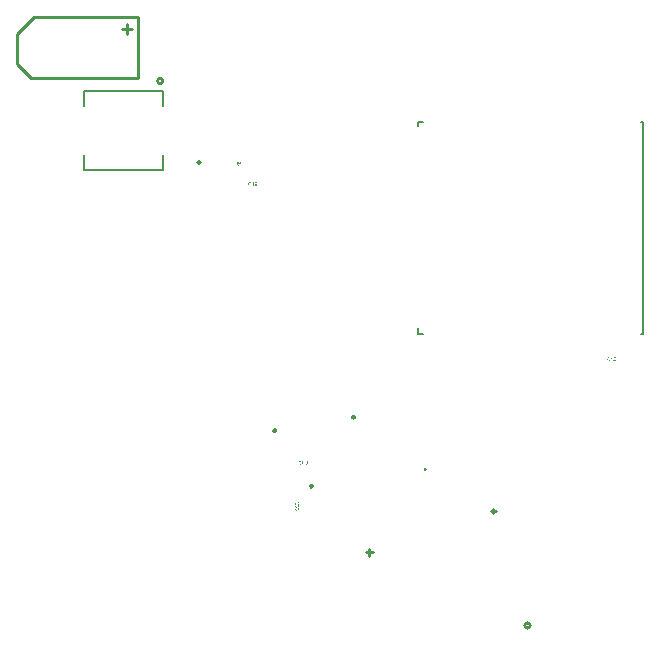
<source format=gbr>
%TF.GenerationSoftware,KiCad,Pcbnew,9.0.6*%
%TF.CreationDate,2025-12-03T15:23:28+01:00*%
%TF.ProjectId,Spinmodule,5370696e-6d6f-4647-956c-652e6b696361,rev?*%
%TF.SameCoordinates,Original*%
%TF.FileFunction,Legend,Bot*%
%TF.FilePolarity,Positive*%
%FSLAX46Y46*%
G04 Gerber Fmt 4.6, Leading zero omitted, Abs format (unit mm)*
G04 Created by KiCad (PCBNEW 9.0.6) date 2025-12-03 15:23:28*
%MOMM*%
%LPD*%
G01*
G04 APERTURE LIST*
%ADD10C,0.078750*%
%ADD11C,0.254000*%
%ADD12C,0.200000*%
G04 APERTURE END LIST*
D10*
G36*
X143682326Y-114653732D02*
G01*
X143640588Y-114653732D01*
X143640588Y-114836244D01*
X143641989Y-114868074D01*
X143645758Y-114892867D01*
X143651340Y-114911892D01*
X143660293Y-114929192D01*
X143673075Y-114944303D01*
X143690173Y-114957458D01*
X143709669Y-114966801D01*
X143733873Y-114972833D01*
X143763879Y-114975018D01*
X143793151Y-114973115D01*
X143817010Y-114967854D01*
X143836410Y-114959727D01*
X143853523Y-114947898D01*
X143866810Y-114933246D01*
X143876648Y-114915431D01*
X143882893Y-114895693D01*
X143887115Y-114869771D01*
X143888689Y-114836244D01*
X143888689Y-114653732D01*
X143846932Y-114653732D01*
X143846932Y-114836725D01*
X143845868Y-114864535D01*
X143843129Y-114884211D01*
X143839296Y-114897620D01*
X143832978Y-114909689D01*
X143824315Y-114919669D01*
X143813060Y-114927799D01*
X143800239Y-114933515D01*
X143785211Y-114937120D01*
X143767533Y-114938397D01*
X143744094Y-114936793D01*
X143726040Y-114932461D01*
X143712267Y-114925926D01*
X143701906Y-114917412D01*
X143694380Y-114906578D01*
X143688242Y-114890659D01*
X143683965Y-114868029D01*
X143682326Y-114836725D01*
X143682326Y-114653732D01*
G37*
G36*
X143440938Y-114970095D02*
G01*
X143479675Y-114970095D01*
X143479675Y-114722628D01*
X143495090Y-114735453D01*
X143516355Y-114749383D01*
X143538734Y-114761492D01*
X143557131Y-114769444D01*
X143557131Y-114732515D01*
X143536063Y-114721307D01*
X143517187Y-114708840D01*
X143500333Y-114695123D01*
X143484870Y-114679713D01*
X143473623Y-114665566D01*
X143465904Y-114652501D01*
X143440938Y-114652501D01*
X143440938Y-114970095D01*
G37*
G36*
X143341651Y-114886618D02*
G01*
X143302914Y-114881464D01*
X143296895Y-114902533D01*
X143289233Y-114917733D01*
X143280217Y-114928356D01*
X143268827Y-114936286D01*
X143255952Y-114941058D01*
X143241153Y-114942705D01*
X143223713Y-114940566D01*
X143208518Y-114934331D01*
X143195010Y-114923836D01*
X143184565Y-114910273D01*
X143178329Y-114894874D01*
X143176180Y-114877059D01*
X143178193Y-114860053D01*
X143183987Y-114845628D01*
X143193606Y-114833186D01*
X143206137Y-114823668D01*
X143220708Y-114817916D01*
X143237921Y-114815914D01*
X143249472Y-114816872D01*
X143265253Y-114820222D01*
X143260964Y-114786236D01*
X143254713Y-114786678D01*
X143238608Y-114785215D01*
X143223864Y-114780924D01*
X143210186Y-114773791D01*
X143201590Y-114766545D01*
X143195500Y-114757741D01*
X143191718Y-114747073D01*
X143190375Y-114734034D01*
X143192030Y-114720451D01*
X143196812Y-114708857D01*
X143204800Y-114698778D01*
X143215149Y-114691123D01*
X143227377Y-114686452D01*
X143242018Y-114684814D01*
X143256527Y-114686445D01*
X143268923Y-114691137D01*
X143279679Y-114698893D01*
X143288125Y-114709201D01*
X143294659Y-114722985D01*
X143299048Y-114741131D01*
X143337766Y-114734246D01*
X143332842Y-114715155D01*
X143325774Y-114699003D01*
X143316670Y-114685360D01*
X143305491Y-114673908D01*
X143292361Y-114664671D01*
X143277747Y-114658024D01*
X143261373Y-114653924D01*
X143242884Y-114652501D01*
X143225935Y-114653764D01*
X143210152Y-114657477D01*
X143195318Y-114663618D01*
X143181755Y-114672075D01*
X143170772Y-114682141D01*
X143162081Y-114693912D01*
X143155636Y-114707089D01*
X143151831Y-114720606D01*
X143150560Y-114734669D01*
X143151796Y-114747998D01*
X143155442Y-114760359D01*
X143161543Y-114771983D01*
X143169785Y-114782183D01*
X143180486Y-114791085D01*
X143194029Y-114798718D01*
X143176390Y-114804736D01*
X143162090Y-114813641D01*
X143150579Y-114825492D01*
X143142148Y-114839755D01*
X143136919Y-114856498D01*
X143135077Y-114876328D01*
X143136992Y-114896348D01*
X143142591Y-114914427D01*
X143151886Y-114930988D01*
X143165197Y-114946321D01*
X143181076Y-114958764D01*
X143198803Y-114967655D01*
X143218736Y-114973121D01*
X143241364Y-114975018D01*
X143261849Y-114973382D01*
X143279909Y-114968673D01*
X143295966Y-114961036D01*
X143310338Y-114950399D01*
X143322538Y-114937236D01*
X143331748Y-114922411D01*
X143338134Y-114905664D01*
X143341651Y-114886618D01*
G37*
G36*
X169784246Y-106089306D02*
G01*
X169742508Y-106099846D01*
X169750789Y-106124971D01*
X169761474Y-106146036D01*
X169774445Y-106163603D01*
X169789747Y-106178091D01*
X169807427Y-106189701D01*
X169826978Y-106198070D01*
X169848737Y-106203230D01*
X169873127Y-106205018D01*
X169898849Y-106203557D01*
X169920910Y-106199433D01*
X169939838Y-106192947D01*
X169956084Y-106184265D01*
X169970876Y-106172920D01*
X169983862Y-106159275D01*
X169995137Y-106143112D01*
X170004707Y-106124120D01*
X170013917Y-106097420D01*
X170019492Y-106069322D01*
X170021383Y-106039547D01*
X170019156Y-106007138D01*
X170012781Y-105978690D01*
X170002553Y-105953590D01*
X169991996Y-105936136D01*
X169979608Y-105921167D01*
X169965319Y-105908450D01*
X169948967Y-105897849D01*
X169925174Y-105887323D01*
X169899805Y-105880969D01*
X169872473Y-105878808D01*
X169848933Y-105880418D01*
X169828078Y-105885045D01*
X169809499Y-105892499D01*
X169792863Y-105902754D01*
X169778164Y-105915708D01*
X169765818Y-105931044D01*
X169755718Y-105949031D01*
X169747893Y-105970054D01*
X169788977Y-105979748D01*
X169797967Y-105957865D01*
X169808627Y-105941580D01*
X169820829Y-105929836D01*
X169835468Y-105921351D01*
X169852758Y-105916066D01*
X169873338Y-105914198D01*
X169897034Y-105916283D01*
X169917068Y-105922194D01*
X169934137Y-105931682D01*
X169948769Y-105944625D01*
X169960144Y-105960136D01*
X169968451Y-105978594D01*
X169973943Y-105998426D01*
X169977234Y-106018628D01*
X169978337Y-106039316D01*
X169976932Y-106066042D01*
X169972940Y-106089377D01*
X169966624Y-106109771D01*
X169957112Y-106128517D01*
X169944999Y-106143324D01*
X169930156Y-106154740D01*
X169913149Y-106163031D01*
X169895381Y-106167966D01*
X169876570Y-106169628D01*
X169859262Y-106168293D01*
X169843789Y-106164435D01*
X169829840Y-106158154D01*
X169817175Y-106149393D01*
X169806426Y-106138564D01*
X169797328Y-106125220D01*
X169789888Y-106108969D01*
X169784246Y-106089306D01*
G37*
G36*
X169560938Y-106200095D02*
G01*
X169599675Y-106200095D01*
X169599675Y-105952628D01*
X169615090Y-105965453D01*
X169636355Y-105979383D01*
X169658734Y-105991492D01*
X169677131Y-105999444D01*
X169677131Y-105962515D01*
X169656063Y-105951307D01*
X169637187Y-105938840D01*
X169620333Y-105925123D01*
X169604870Y-105909713D01*
X169593623Y-105895566D01*
X169585904Y-105882501D01*
X169560938Y-105882501D01*
X169560938Y-106200095D01*
G37*
G36*
X169461651Y-106116618D02*
G01*
X169422914Y-106111464D01*
X169416895Y-106132533D01*
X169409233Y-106147733D01*
X169400217Y-106158356D01*
X169388827Y-106166286D01*
X169375952Y-106171058D01*
X169361153Y-106172705D01*
X169343713Y-106170566D01*
X169328518Y-106164331D01*
X169315010Y-106153836D01*
X169304565Y-106140273D01*
X169298329Y-106124874D01*
X169296180Y-106107059D01*
X169298193Y-106090053D01*
X169303987Y-106075628D01*
X169313606Y-106063186D01*
X169326137Y-106053668D01*
X169340708Y-106047916D01*
X169357921Y-106045914D01*
X169369472Y-106046872D01*
X169385253Y-106050222D01*
X169380964Y-106016236D01*
X169374713Y-106016678D01*
X169358608Y-106015215D01*
X169343864Y-106010924D01*
X169330186Y-106003791D01*
X169321590Y-105996545D01*
X169315500Y-105987741D01*
X169311718Y-105977073D01*
X169310375Y-105964034D01*
X169312030Y-105950451D01*
X169316812Y-105938857D01*
X169324800Y-105928778D01*
X169335149Y-105921123D01*
X169347377Y-105916452D01*
X169362018Y-105914814D01*
X169376527Y-105916445D01*
X169388923Y-105921137D01*
X169399679Y-105928893D01*
X169408125Y-105939201D01*
X169414659Y-105952985D01*
X169419048Y-105971131D01*
X169457766Y-105964246D01*
X169452842Y-105945155D01*
X169445774Y-105929003D01*
X169436670Y-105915360D01*
X169425491Y-105903908D01*
X169412361Y-105894671D01*
X169397747Y-105888024D01*
X169381373Y-105883924D01*
X169362884Y-105882501D01*
X169345935Y-105883764D01*
X169330152Y-105887477D01*
X169315318Y-105893618D01*
X169301755Y-105902075D01*
X169290772Y-105912141D01*
X169282081Y-105923912D01*
X169275636Y-105937089D01*
X169271831Y-105950606D01*
X169270560Y-105964669D01*
X169271796Y-105977998D01*
X169275442Y-105990359D01*
X169281543Y-106001983D01*
X169289785Y-106012183D01*
X169300486Y-106021085D01*
X169314029Y-106028718D01*
X169296390Y-106034736D01*
X169282090Y-106043641D01*
X169270579Y-106055492D01*
X169262148Y-106069755D01*
X169256919Y-106086498D01*
X169255077Y-106106328D01*
X169256992Y-106126348D01*
X169262591Y-106144427D01*
X169271886Y-106160988D01*
X169285197Y-106176321D01*
X169301076Y-106188764D01*
X169318803Y-106197655D01*
X169338736Y-106203121D01*
X169361364Y-106205018D01*
X169381849Y-106203382D01*
X169399909Y-106198673D01*
X169415966Y-106191036D01*
X169430338Y-106180399D01*
X169442538Y-106167236D01*
X169451748Y-106152411D01*
X169458134Y-106135664D01*
X169461651Y-106116618D01*
G37*
G36*
X138426206Y-89670095D02*
G01*
X138384449Y-89670095D01*
X138384449Y-89528224D01*
X138336036Y-89528224D01*
X138312801Y-89529743D01*
X138303338Y-89533011D01*
X138293760Y-89538245D01*
X138284540Y-89545875D01*
X138272564Y-89559614D01*
X138242443Y-89603621D01*
X138200686Y-89670095D01*
X138148196Y-89670095D01*
X138203052Y-89583214D01*
X138220333Y-89559326D01*
X138237711Y-89540745D01*
X138247542Y-89533342D01*
X138262870Y-89524858D01*
X138240073Y-89520283D01*
X138221765Y-89513749D01*
X138207191Y-89505531D01*
X138195743Y-89495737D01*
X138186248Y-89483640D01*
X138179520Y-89470392D01*
X138175420Y-89455753D01*
X138174061Y-89440016D01*
X138217054Y-89440016D01*
X138219142Y-89454606D01*
X138225440Y-89468136D01*
X138231788Y-89475881D01*
X138239869Y-89482137D01*
X138249964Y-89486966D01*
X138267720Y-89491161D01*
X138294721Y-89492833D01*
X138384449Y-89492833D01*
X138384449Y-89389122D01*
X138284604Y-89389122D01*
X138261596Y-89391017D01*
X138245028Y-89396013D01*
X138233307Y-89403452D01*
X138224261Y-89413909D01*
X138218901Y-89425924D01*
X138217054Y-89440016D01*
X138174061Y-89440016D01*
X138174008Y-89439400D01*
X138175491Y-89422501D01*
X138179860Y-89406820D01*
X138187145Y-89392084D01*
X138197031Y-89379070D01*
X138208649Y-89369216D01*
X138222209Y-89362195D01*
X138237167Y-89357885D01*
X138258025Y-89354878D01*
X138286335Y-89353732D01*
X138426206Y-89353732D01*
X138426206Y-89670095D01*
G37*
G36*
X138045935Y-89354396D02*
G01*
X138064396Y-89359889D01*
X138080994Y-89368912D01*
X138096052Y-89381698D01*
X138108194Y-89397080D01*
X138116969Y-89414735D01*
X138122429Y-89435098D01*
X138124345Y-89458750D01*
X138122508Y-89481668D01*
X138117273Y-89501406D01*
X138108866Y-89518522D01*
X138097245Y-89533436D01*
X138082773Y-89545943D01*
X138067108Y-89554688D01*
X138049971Y-89559962D01*
X138030964Y-89561768D01*
X138015624Y-89560480D01*
X138001168Y-89556666D01*
X137987379Y-89550285D01*
X137974774Y-89541731D01*
X137964259Y-89531764D01*
X137955643Y-89520299D01*
X137955431Y-89528070D01*
X137956886Y-89552051D01*
X137961240Y-89575578D01*
X137968130Y-89597451D01*
X137975666Y-89612604D01*
X137985510Y-89624963D01*
X137997708Y-89634511D01*
X138012012Y-89640591D01*
X138029021Y-89642705D01*
X138042482Y-89641300D01*
X138053731Y-89637308D01*
X138063239Y-89630818D01*
X138070702Y-89622010D01*
X138076811Y-89609589D01*
X138081319Y-89592543D01*
X138118537Y-89596024D01*
X138114789Y-89614489D01*
X138108779Y-89630076D01*
X138100647Y-89643236D01*
X138090359Y-89654303D01*
X138078099Y-89663180D01*
X138064157Y-89669614D01*
X138048221Y-89673617D01*
X138029887Y-89675018D01*
X138007250Y-89672861D01*
X137987158Y-89666602D01*
X137969088Y-89656284D01*
X137953609Y-89642311D01*
X137940596Y-89624335D01*
X137930042Y-89601659D01*
X137923221Y-89577343D01*
X137918616Y-89545735D01*
X137916905Y-89505258D01*
X137918684Y-89466294D01*
X137920195Y-89456961D01*
X137959951Y-89456961D01*
X137962078Y-89478432D01*
X137967966Y-89495408D01*
X137977281Y-89508874D01*
X137989849Y-89519259D01*
X138004375Y-89525461D01*
X138021481Y-89527608D01*
X138038489Y-89525485D01*
X138053261Y-89519299D01*
X138066355Y-89508874D01*
X138076305Y-89495408D01*
X138082391Y-89479414D01*
X138084531Y-89460173D01*
X138082262Y-89438652D01*
X138075832Y-89420789D01*
X138065393Y-89405798D01*
X138051551Y-89393927D01*
X138036726Y-89387099D01*
X138020404Y-89384814D01*
X138004618Y-89386966D01*
X137990555Y-89393335D01*
X137977705Y-89404298D01*
X137968116Y-89418258D01*
X137962105Y-89435510D01*
X137959951Y-89456961D01*
X137920195Y-89456961D01*
X137923368Y-89437362D01*
X137930139Y-89416377D01*
X137940542Y-89397155D01*
X137953416Y-89381544D01*
X137968876Y-89369100D01*
X137986486Y-89359869D01*
X138005130Y-89354363D01*
X138025155Y-89352501D01*
X138045935Y-89354396D01*
G37*
G36*
X143039196Y-118354383D02*
G01*
X143049736Y-118396121D01*
X143074861Y-118387840D01*
X143095926Y-118377155D01*
X143113493Y-118364184D01*
X143127981Y-118348882D01*
X143139591Y-118331202D01*
X143147960Y-118311651D01*
X143153120Y-118289892D01*
X143154908Y-118265502D01*
X143153447Y-118239780D01*
X143149323Y-118217719D01*
X143142837Y-118198791D01*
X143134155Y-118182545D01*
X143122810Y-118167753D01*
X143109165Y-118154767D01*
X143093002Y-118143492D01*
X143074010Y-118133922D01*
X143047310Y-118124712D01*
X143019212Y-118119137D01*
X142989437Y-118117246D01*
X142957028Y-118119473D01*
X142928580Y-118125848D01*
X142903480Y-118136076D01*
X142886026Y-118146633D01*
X142871057Y-118159021D01*
X142858340Y-118173310D01*
X142847739Y-118189662D01*
X142837213Y-118213455D01*
X142830859Y-118238824D01*
X142828698Y-118266156D01*
X142830308Y-118289696D01*
X142834935Y-118310551D01*
X142842389Y-118329130D01*
X142852644Y-118345766D01*
X142865598Y-118360465D01*
X142880934Y-118372811D01*
X142898921Y-118382911D01*
X142919944Y-118390736D01*
X142929638Y-118349652D01*
X142907755Y-118340662D01*
X142891470Y-118330002D01*
X142879726Y-118317800D01*
X142871241Y-118303161D01*
X142865956Y-118285871D01*
X142864088Y-118265291D01*
X142866173Y-118241595D01*
X142872084Y-118221561D01*
X142881572Y-118204492D01*
X142894515Y-118189860D01*
X142910026Y-118178485D01*
X142928484Y-118170178D01*
X142948316Y-118164686D01*
X142968518Y-118161395D01*
X142989206Y-118160292D01*
X143015932Y-118161697D01*
X143039267Y-118165689D01*
X143059661Y-118172005D01*
X143078407Y-118181517D01*
X143093214Y-118193630D01*
X143104630Y-118208473D01*
X143112921Y-118225480D01*
X143117856Y-118243248D01*
X143119518Y-118262059D01*
X143118183Y-118279367D01*
X143114325Y-118294840D01*
X143108044Y-118308789D01*
X143099283Y-118321454D01*
X143088454Y-118332203D01*
X143075110Y-118341301D01*
X143058859Y-118348741D01*
X143039196Y-118354383D01*
G37*
G36*
X143113363Y-118635355D02*
G01*
X143149985Y-118635355D01*
X143149985Y-118426857D01*
X143136271Y-118427769D01*
X143123134Y-118431377D01*
X143102502Y-118441450D01*
X143081261Y-118456863D01*
X143060430Y-118476824D01*
X143033580Y-118507544D01*
X143004134Y-118541582D01*
X142982291Y-118563756D01*
X142966452Y-118577037D01*
X142949270Y-118587564D01*
X142933813Y-118593316D01*
X142919617Y-118595117D01*
X142904900Y-118593259D01*
X142892057Y-118587831D01*
X142880611Y-118578653D01*
X142871912Y-118566833D01*
X142866581Y-118552743D01*
X142864704Y-118535742D01*
X142866711Y-118517786D01*
X142872384Y-118503103D01*
X142881611Y-118490965D01*
X142893838Y-118481880D01*
X142909145Y-118476139D01*
X142928407Y-118473981D01*
X142924291Y-118434166D01*
X142902104Y-118437899D01*
X142883711Y-118444389D01*
X142868473Y-118453402D01*
X142855914Y-118464941D01*
X142845950Y-118478847D01*
X142838634Y-118495107D01*
X142834023Y-118514166D01*
X142832391Y-118536588D01*
X142834138Y-118559144D01*
X142839078Y-118578265D01*
X142846938Y-118594553D01*
X142857703Y-118608466D01*
X142871193Y-118620105D01*
X142885937Y-118628278D01*
X142902210Y-118633230D01*
X142920406Y-118634932D01*
X142939161Y-118633017D01*
X142957816Y-118627181D01*
X142975911Y-118617390D01*
X142996535Y-118601465D01*
X143018259Y-118580086D01*
X143052314Y-118541762D01*
X143079679Y-118510175D01*
X143092263Y-118496985D01*
X143102979Y-118487805D01*
X143113363Y-118480655D01*
X143113363Y-118635355D01*
G37*
G36*
X143113363Y-118880321D02*
G01*
X143149985Y-118880321D01*
X143149985Y-118671823D01*
X143136271Y-118672735D01*
X143123134Y-118676343D01*
X143102502Y-118686415D01*
X143081261Y-118701828D01*
X143060430Y-118721790D01*
X143033580Y-118752510D01*
X143004134Y-118786547D01*
X142982291Y-118808722D01*
X142966452Y-118822003D01*
X142949270Y-118832530D01*
X142933813Y-118838282D01*
X142919617Y-118840083D01*
X142904900Y-118838225D01*
X142892057Y-118832797D01*
X142880611Y-118823619D01*
X142871912Y-118811799D01*
X142866581Y-118797709D01*
X142864704Y-118780708D01*
X142866711Y-118762752D01*
X142872384Y-118748069D01*
X142881611Y-118735930D01*
X142893838Y-118726846D01*
X142909145Y-118721105D01*
X142928407Y-118718947D01*
X142924291Y-118679132D01*
X142902104Y-118682865D01*
X142883711Y-118689354D01*
X142868473Y-118698368D01*
X142855914Y-118709907D01*
X142845950Y-118723813D01*
X142838634Y-118740073D01*
X142834023Y-118759132D01*
X142832391Y-118781554D01*
X142834138Y-118804109D01*
X142839078Y-118823231D01*
X142846938Y-118839519D01*
X142857703Y-118853432D01*
X142871193Y-118865071D01*
X142885937Y-118873244D01*
X142902210Y-118878196D01*
X142920406Y-118879898D01*
X142939161Y-118877983D01*
X142957816Y-118872147D01*
X142975911Y-118862356D01*
X142996535Y-118846431D01*
X143018259Y-118825052D01*
X143052314Y-118786728D01*
X143079679Y-118755141D01*
X143092263Y-118741951D01*
X143102979Y-118732771D01*
X143113363Y-118725621D01*
X143113363Y-118880321D01*
G37*
G36*
X139084273Y-91189433D02*
G01*
X139126011Y-91178893D01*
X139117730Y-91153768D01*
X139107045Y-91132703D01*
X139094074Y-91115136D01*
X139078772Y-91100648D01*
X139061092Y-91089038D01*
X139041541Y-91080669D01*
X139019782Y-91075509D01*
X138995392Y-91073721D01*
X138969670Y-91075182D01*
X138947609Y-91079306D01*
X138928681Y-91085792D01*
X138912435Y-91094474D01*
X138897643Y-91105819D01*
X138884657Y-91119464D01*
X138873382Y-91135627D01*
X138863812Y-91154619D01*
X138854602Y-91181319D01*
X138849027Y-91209417D01*
X138847136Y-91239192D01*
X138849363Y-91271601D01*
X138855738Y-91300049D01*
X138865966Y-91325149D01*
X138876523Y-91342603D01*
X138888911Y-91357572D01*
X138903200Y-91370289D01*
X138919552Y-91380890D01*
X138943345Y-91391416D01*
X138968714Y-91397770D01*
X138996046Y-91399931D01*
X139019586Y-91398321D01*
X139040441Y-91393694D01*
X139059020Y-91386240D01*
X139075656Y-91375985D01*
X139090355Y-91363031D01*
X139102701Y-91347695D01*
X139112801Y-91329708D01*
X139120626Y-91308685D01*
X139079542Y-91298991D01*
X139070552Y-91320874D01*
X139059892Y-91337159D01*
X139047690Y-91348903D01*
X139033051Y-91357388D01*
X139015761Y-91362673D01*
X138995181Y-91364541D01*
X138971485Y-91362456D01*
X138951451Y-91356545D01*
X138934382Y-91347057D01*
X138919750Y-91334114D01*
X138908375Y-91318603D01*
X138900068Y-91300145D01*
X138894576Y-91280313D01*
X138891285Y-91260111D01*
X138890182Y-91239423D01*
X138891587Y-91212697D01*
X138895579Y-91189362D01*
X138901895Y-91168968D01*
X138911407Y-91150222D01*
X138923520Y-91135415D01*
X138938363Y-91123999D01*
X138955370Y-91115708D01*
X138973138Y-91110773D01*
X138991949Y-91109111D01*
X139009257Y-91110446D01*
X139024730Y-91114304D01*
X139038679Y-91120585D01*
X139051344Y-91129346D01*
X139062093Y-91140175D01*
X139071191Y-91153519D01*
X139078631Y-91169770D01*
X139084273Y-91189433D01*
G37*
G36*
X139307581Y-91078645D02*
G01*
X139268844Y-91078645D01*
X139268844Y-91326111D01*
X139253429Y-91313286D01*
X139232164Y-91299356D01*
X139209785Y-91287247D01*
X139191388Y-91279295D01*
X139191388Y-91316224D01*
X139212456Y-91327432D01*
X139231332Y-91339899D01*
X139248186Y-91353616D01*
X139263649Y-91369026D01*
X139274896Y-91383173D01*
X139282615Y-91396238D01*
X139307581Y-91396238D01*
X139307581Y-91078645D01*
G37*
G36*
X139533018Y-91075279D02*
G01*
X139549834Y-91079822D01*
X139565242Y-91087300D01*
X139578954Y-91097558D01*
X139590643Y-91110493D01*
X139600421Y-91126441D01*
X139607511Y-91143867D01*
X139611783Y-91162235D01*
X139613231Y-91181778D01*
X139611406Y-91204113D01*
X139606182Y-91223548D01*
X139597743Y-91240595D01*
X139586015Y-91255637D01*
X139571477Y-91268290D01*
X139555838Y-91277108D01*
X139538830Y-91282408D01*
X139520061Y-91284219D01*
X139505520Y-91283076D01*
X139491437Y-91279655D01*
X139477649Y-91273890D01*
X139465066Y-91265953D01*
X139453696Y-91255523D01*
X139443451Y-91242308D01*
X139445111Y-91273844D01*
X139448968Y-91297509D01*
X139454415Y-91314878D01*
X139462633Y-91331030D01*
X139472252Y-91343792D01*
X139483266Y-91353654D01*
X139493017Y-91359328D01*
X139503756Y-91362751D01*
X139515752Y-91363925D01*
X139530410Y-91362081D01*
X139543163Y-91356699D01*
X139554490Y-91347614D01*
X139562384Y-91335454D01*
X139569127Y-91314993D01*
X139607634Y-91317994D01*
X139603894Y-91335958D01*
X139597852Y-91351266D01*
X139589617Y-91364329D01*
X139579129Y-91375446D01*
X139566717Y-91384360D01*
X139552633Y-91390818D01*
X139536566Y-91394834D01*
X139518118Y-91396238D01*
X139498422Y-91394702D01*
X139480969Y-91390276D01*
X139465380Y-91383093D01*
X139451359Y-91373095D01*
X139438720Y-91360040D01*
X139427689Y-91343525D01*
X139418482Y-91322832D01*
X139411331Y-91297151D01*
X139406632Y-91265531D01*
X139404925Y-91226901D01*
X139406484Y-91192287D01*
X139408077Y-91181816D01*
X139449471Y-91181816D01*
X139451635Y-91201451D01*
X139457769Y-91217664D01*
X139467763Y-91231210D01*
X139480927Y-91241732D01*
X139495598Y-91247940D01*
X139512309Y-91250059D01*
X139529131Y-91247916D01*
X139543565Y-91241691D01*
X139556202Y-91231210D01*
X139565596Y-91217686D01*
X139571504Y-91200814D01*
X139573628Y-91179662D01*
X139571475Y-91157624D01*
X139565488Y-91139994D01*
X139555990Y-91125826D01*
X139543197Y-91114654D01*
X139529305Y-91108204D01*
X139513810Y-91106034D01*
X139497553Y-91108385D01*
X139481746Y-91115612D01*
X139472453Y-91122836D01*
X139464549Y-91132034D01*
X139457973Y-91143483D01*
X139451593Y-91162241D01*
X139449471Y-91181816D01*
X139408077Y-91181816D01*
X139410758Y-91164197D01*
X139417237Y-91141600D01*
X139425550Y-91123585D01*
X139435488Y-91109381D01*
X139451988Y-91093701D01*
X139470356Y-91082707D01*
X139490984Y-91076029D01*
X139514464Y-91073721D01*
X139533018Y-91075279D01*
G37*
D11*
%TO.C,U13*%
X147884740Y-110977600D02*
G75*
G02*
X147661140Y-110977600I-111800J0D01*
G01*
X147661140Y-110977600D02*
G75*
G02*
X147884740Y-110977600I111800J0D01*
G01*
%TO.C,BT1*%
X119292160Y-81089360D02*
X119292160Y-78489360D01*
X120492160Y-82289360D02*
X119292160Y-81089360D01*
X129492160Y-82289360D02*
X120492160Y-82289360D01*
X129492160Y-77089360D02*
X120692160Y-77089360D01*
X120692160Y-77089360D02*
X119292160Y-78489360D01*
X129492160Y-82289360D02*
X129492160Y-77089360D01*
X128592160Y-78489360D02*
X128592160Y-77689360D01*
X128992160Y-78089360D02*
X128192160Y-78089360D01*
%TO.C,U10*%
X134792950Y-89403600D02*
G75*
G02*
X134592950Y-89403600I-100000J0D01*
G01*
X134592950Y-89403600D02*
G75*
G02*
X134792950Y-89403600I100000J0D01*
G01*
%TO.C,U9*%
X162716560Y-128603600D02*
G75*
G02*
X162269340Y-128603600I-223610J0D01*
G01*
X162269340Y-128603600D02*
G75*
G02*
X162716560Y-128603600I223610J0D01*
G01*
%TO.C,U4*%
X131616560Y-82503600D02*
G75*
G02*
X131169340Y-82503600I-223610J0D01*
G01*
X131169340Y-82503600D02*
G75*
G02*
X131616560Y-82503600I223610J0D01*
G01*
D12*
%TO.C,L1*%
X131654950Y-84614100D02*
X131654950Y-83341600D01*
X131654950Y-90065600D02*
X131654950Y-88793100D01*
X131654950Y-90065600D02*
X124930950Y-90065600D01*
X124930950Y-84614100D02*
X124930950Y-83341600D01*
X124930950Y-90065600D02*
X124930950Y-88793100D01*
X131654950Y-83341600D02*
X124930950Y-83341600D01*
D11*
%TO.C,C21*%
X149092950Y-122103600D02*
X149092950Y-122703600D01*
X149392950Y-122403600D02*
X148792950Y-122403600D01*
%TO.C,C19*%
X159592950Y-119103600D02*
X159592950Y-118703600D01*
X159392950Y-118903600D02*
X159792950Y-118903600D01*
%TO.C,U16*%
X153852950Y-115403600D02*
G75*
G02*
X153832950Y-115403600I-10000J0D01*
G01*
X153832950Y-115403600D02*
G75*
G02*
X153852950Y-115403600I10000J0D01*
G01*
D12*
%TO.C,U12*%
X153182960Y-85953590D02*
X153682930Y-85953590D01*
X153182960Y-86353590D02*
X153182960Y-85953590D01*
X153182960Y-103953610D02*
X153182960Y-103453580D01*
X153182960Y-103953610D02*
X153682930Y-103953610D01*
X172082940Y-85953590D02*
X172292950Y-85953590D01*
X172082940Y-103953610D02*
X172292950Y-103953610D01*
X172292950Y-103953610D02*
X172292950Y-85953590D01*
D11*
%TO.C,U14*%
X141192950Y-112114380D02*
G75*
G02*
X140992950Y-112114380I-100000J0D01*
G01*
X140992950Y-112114380D02*
G75*
G02*
X141192950Y-112114380I100000J0D01*
G01*
%TO.C,X1*%
X144292950Y-116803600D02*
G75*
G02*
X144092950Y-116803600I-100000J0D01*
G01*
X144092950Y-116803600D02*
G75*
G02*
X144292950Y-116803600I100000J0D01*
G01*
%TD*%
M02*

</source>
